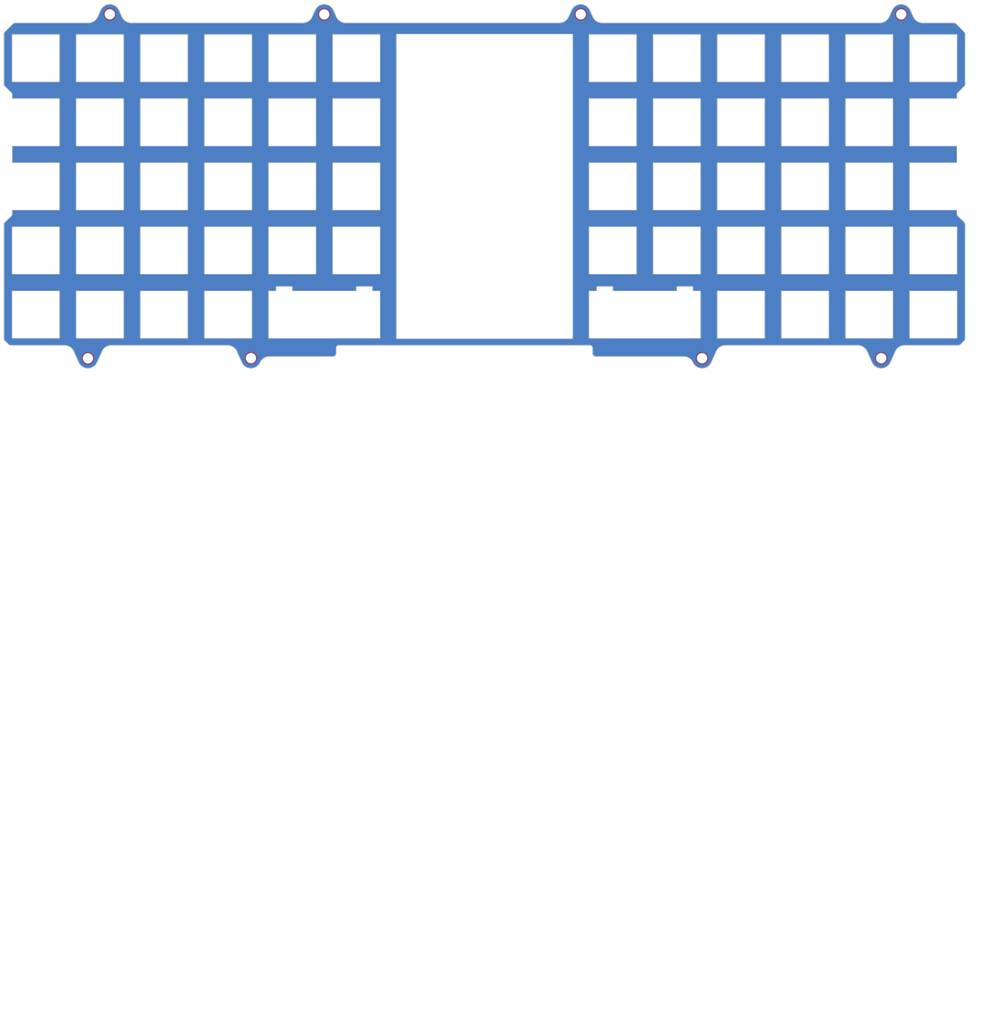
<source format=kicad_pcb>
(kicad_pcb (version 20211014) (generator pcbnew)
  (layers (0 "F.Cu" signal) (31 "B.Cu" signal) (34 "B.Paste" user) (35 "F.Paste" user) (36 "B.SilkS" user "B.Silkscreen") (37 "F.SilkS" user "F.Silkscreen") (38 "B.Mask" user) (39 "F.Mask" user) (44 "Edge.Cuts" user))
  (net 0 "")
  (footprint "MountingHole:MountingHole_3mm_Pad_TopOnly" (layer "F.Cu") (at 17.272 146.939)
    (fp_text reference "REF**" hide)
    (fp_text value "MountingHole_3mm_Pad_TopOnly")
    (pad "1" connect circle (at 0 0) (size 5 5) (layers "F.Cu" "F.Mask"))
    (pad "1" thru_hole circle (at 0 0) (size 3.4 3.4) (drill 3) (layers *.Cu *.Mask))
  )
  (footprint "MountingHole:MountingHole_3mm_Pad_TopOnly" (layer "F.Cu") (at 253.0094 146.9136)
    (fp_text reference "REF**" hide)
    (fp_text value "MountingHole_3mm_Pad_TopOnly")
    (pad "1" connect circle (at 0 0) (size 5 5) (layers "F.Cu" "F.Mask"))
    (pad "1" thru_hole circle (at 0 0) (size 3.4 3.4) (drill 3) (layers *.Cu *.Mask))
  )
  (footprint "MountingHole:MountingHole_3mm_Pad_TopOnly" (layer "F.Cu") (at 199.771 146.9136)
    (fp_text reference "REF**" hide)
    (fp_text value "MountingHole_3mm_Pad_TopOnly")
    (pad "1" connect circle (at 0 0) (size 5 5) (layers "F.Cu" "F.Mask"))
    (pad "1" thru_hole circle (at 0 0) (size 3.4 3.4) (drill 3) (layers *.Cu *.Mask))
  )
  (footprint "MountingHole:MountingHole_3mm_Pad_TopOnly" (layer "F.Cu") (at 23.7744 44.7294)
    (fp_text reference "REF**" hide)
    (fp_text value "MountingHole_3mm_Pad_TopOnly")
    (pad "1" thru_hole circle (at 0 0) (size 3.4 3.4) (drill 3) (layers *.Cu *.Mask))
    (pad "1" connect circle (at 0 0) (size 5 5) (layers "F.Cu" "F.Mask"))
  )
  (footprint "MountingHole:MountingHole_3mm_Pad_TopOnly" (layer "F.Cu") (at 87.503 44.7548)
    (fp_text reference "REF**" hide)
    (fp_text value "MountingHole_3mm_Pad_TopOnly")
    (pad "1" connect circle (at 0 0) (size 5 5) (layers "F.Cu" "F.Mask"))
    (pad "1" thru_hole circle (at 0 0) (size 3.4 3.4) (drill 3) (layers *.Cu *.Mask))
  )
  (footprint "MountingHole:MountingHole_3mm_Pad_TopOnly" (layer "F.Cu") (at 163.7284 44.7548)
    (fp_text reference "REF**" hide)
    (fp_text value "MountingHole_3mm_Pad_TopOnly")
    (pad "1" thru_hole circle (at 0 0) (size 3.4 3.4) (drill 3) (layers *.Cu *.Mask))
    (pad "1" connect circle (at 0 0) (size 5 5) (layers "F.Cu" "F.Mask"))
  )
  (footprint "MountingHole:MountingHole_3mm_Pad_TopOnly" (layer "F.Cu") (at 258.953 44.7548)
    (fp_text reference "REF**" hide)
    (fp_text value "MountingHole_3mm_Pad_TopOnly")
    (pad "1" thru_hole circle (at 0 0) (size 3.4 3.4) (drill 3) (layers *.Cu *.Mask))
    (pad "1" connect circle (at 0 0) (size 5 5) (layers "F.Cu" "F.Mask"))
  )
  (footprint "MountingHole:MountingHole_3mm_Pad_TopOnly" (layer "F.Cu") (at 65.7098 146.8882)
    (fp_text reference "REF**" hide)
    (fp_text value "MountingHole_3mm_Pad_TopOnly")
    (pad "1" thru_hole circle (at 0 0) (size 3.4 3.4) (drill 3) (layers *.Cu *.Mask))
    (pad "1" connect circle (at 0 0) (size 5 5) (layers "F.Cu" "F.Mask"))
  )
  (gr_line (start 77.985524 125.623715) (end 77.985949 126.933823) (layer "Edge.Cuts") (width 0.15))
  (gr_line (start 101.798044 125.623715) (end 101.798044 126.933793) (layer "Edge.Cuts") (width 0.15))
  (gr_line (start 73.22302 126.933793) (end 73.22302 125.623715) (layer "Edge.Cuts") (width 0.15))
  (gr_line (start 97.036029 126.933793) (end 97.03554 125.623715) (layer "Edge.Cuts") (width 0.15))
  (gr_line (start 97.03554 125.623715) (end 101.798044 125.623715) (layer "Edge.Cuts") (width 0.15))
  (gr_line (start 73.22302 125.623715) (end 77.985524 125.623715) (layer "Edge.Cuts") (width 0.15))
  (gr_line (start 161.330049 50.61444) (end 108.941884 50.614233) (layer "Edge.Cuts") (width 0.1))
  (gr_line (start 166.211396 121.933206) (end 166.211396 107.883831) (layer "Edge.Cuts") (width 0.15))
  (gr_line (start 65.960704 83.833105) (end 51.911329 83.833105) (layer "Edge.Cuts") (width 0.15))
  (gr_line (start 237.411188 102.882949) (end 223.361813 102.882949) (layer "Edge.Cuts") (width 0.15))
  (gr_line (start 104.060982 50.733768) (end 104.060982 64.783143) (layer "Edge.Cuts") (width 0.15))
  (gr_line (start 218.361285 126.933528) (end 218.361285 140.982903) (layer "Edge.Cuts") (width 0.15))
  (gr_line (start -5.239088 50.733473) (end 8.810287 50.733473) (layer "Edge.Cuts") (width 0.15))
  (gr_arc (start 194.324981 146.442108) (mid 195.945267 146.917075) (end 197.052159 148.192108) (layer "Edge.Cuts") (width 0.2))
  (gr_line (start 32.860954 140.983021) (end 32.860954 126.933646) (layer "Edge.Cuts") (width 0.15))
  (gr_line (start 8.810287 88.833633) (end 8.810287 102.883008) (layer "Edge.Cuts") (width 0.15))
  (gr_line (start 32.860954 126.933646) (end 46.910329 126.933646) (layer "Edge.Cuts") (width 0.15))
  (gr_arc (start 166.466837 143.116108) (mid 166.997167 143.335778) (end 167.216837 143.866108) (layer "Edge.Cuts") (width 0.2))
  (gr_line (start 104.060746 126.933823) (end 104.060746 140.983198) (layer "Edge.Cuts") (width 0.15))
  (gr_line (start -7.429645 66.151679) (end -5.525012 68.026886) (layer "Edge.Cuts") (width 0.2))
  (gr_line (start 46.910565 88.833751) (end 46.910565 102.883126) (layer "Edge.Cuts") (width 0.15))
  (gr_arc (start 21.480284 144.866108) (mid 22.587265 143.591211) (end 24.207462 143.116108) (layer "Edge.Cuts") (width 0.2))
  (gr_line (start 275.511466 68.733816) (end 275.511466 69.783376) (layer "Edge.Cuts") (width 0.15))
  (gr_line (start 70.961468 107.883949) (end 85.010843 107.883949) (layer "Edge.Cuts") (width 0.15))
  (gr_line (start 218.361049 64.782848) (end 204.311674 64.782848) (layer "Edge.Cuts") (width 0.15))
  (gr_arc (start 275.511466 68.733816) (mid 275.582612 68.351223) (end 275.79739 68.026709) (layer "Edge.Cuts") (width 0.2))
  (gr_line (start 185.261535 64.782907) (end 185.261535 50.733532) (layer "Edge.Cuts") (width 0.15))
  (gr_line (start 104.060746 140.983198) (end 70.961232 140.983139) (layer "Edge.Cuts") (width 0.15))
  (gr_line (start 180.260771 64.782966) (end 166.211396 64.782966) (layer "Edge.Cuts") (width 0.15))
  (gr_arc (start 168.216837 146.442108) (mid 167.50973 146.149215) (end 167.216837 145.442108) (layer "Edge.Cuts") (width 0.2))
  (gr_line (start 218.361049 50.733473) (end 218.361049 64.782848) (layer "Edge.Cuts") (width 0.15))
  (gr_line (start 70.961468 50.733709) (end 85.010843 50.733709) (layer "Edge.Cuts") (width 0.15))
  (gr_line (start 237.411188 121.933029) (end 223.361813 121.933029) (layer "Edge.Cuts") (width 0.15))
  (gr_line (start 21.050284 43.492108) (end 20.14964 45.492108) (layer "Edge.Cuts") (width 0.2))
  (gr_line (start 261.462091 102.882831) (end 261.462091 88.833456) (layer "Edge.Cuts") (width 0.15))
  (gr_line (start 32.86119 88.833751) (end 46.910565 88.833751) (layer "Edge.Cuts") (width 0.15))
  (gr_line (start 166.211396 83.833046) (end 166.211396 69.783671) (layer "Edge.Cuts") (width 0.15))
  (gr_line (start 275.511702 140.982726) (end 261.462327 140.982726) (layer "Edge.Cuts") (width 0.15))
  (gr_line (start 27.860426 107.883772) (end 27.860426 121.933147) (layer "Edge.Cuts") (width 0.15))
  (gr_line (start 19.986515 148.192108) (end 21.480284 144.866108) (layer "Edge.Cuts") (width 0.2))
  (gr_line (start 167.216837 143.866108) (end 167.216837 145.442108) (layer "Edge.Cuts") (width 0.2))
  (gr_line (start 46.910565 83.833046) (end 32.86119 83.833046) (layer "Edge.Cuts") (width 0.15))
  (gr_line (start -7.429645 141.735001) (end -6.349645 142.823215) (layer "Edge.Cuts") (width 0.2))
  (gr_line (start 275.511466 64.782671) (end 261.462091 64.782671) (layer "Edge.Cuts") (width 0.15))
  (gr_arc (start 277.684569 49.953215) (mid 277.901343 50.277637) (end 277.977462 50.660322) (layer "Edge.Cuts") (width 0.2))
  (gr_line (start 46.910565 107.883831) (end 46.910565 121.933206) (layer "Edge.Cuts") (width 0.15))
  (gr_line (start 223.362049 126.933469) (end 237.411424 126.933469) (layer "Edge.Cuts") (width 0.15))
  (gr_line (start 242.412188 140.982785) (end 242.412188 126.93341) (layer "Edge.Cuts") (width 0.15))
  (gr_line (start 46.910565 50.733591) (end 46.910565 64.782966) (layer "Edge.Cuts") (width 0.15))
  (gr_line (start -5.239324 126.933528) (end 8.810051 126.933528) (layer "Edge.Cuts") (width 0.15))
  (gr_line (start 218.361049 107.883713) (end 218.361049 121.933088) (layer "Edge.Cuts") (width 0.15))
  (gr_arc (start 257.220284 144.866108) (mid 258.327265 143.591211) (end 259.947462 143.116108) (layer "Edge.Cuts") (width 0.2))
  (gr_line (start 61.504442 144.866108) (end 62.998211 148.192108) (layer "Edge.Cuts") (width 0.2))
  (gr_line (start 51.911329 69.78373) (end 65.960704 69.78373) (layer "Edge.Cuts") (width 0.15))
  (gr_arc (start 83.87464 45.492108) (mid 82.767658 46.767006) (end 81.147462 47.242108) (layer "Edge.Cuts") (width 0.2))
  (gr_arc (start 91.078382 143.866108) (mid 91.298052 143.335778) (end 91.828382 143.116108) (layer "Edge.Cuts") (width 0.2))
  (gr_line (start 185.261535 50.733532) (end 199.31091 50.733532) (layer "Edge.Cuts") (width 0.15))
  (gr_line (start 46.910565 102.883126) (end 32.86119 102.883126) (layer "Edge.Cuts") (width 0.15))
  (gr_line (start 51.911329 88.83381) (end 65.960704 88.83381) (layer "Edge.Cuts") (width 0.15))
  (gr_line (start 204.311674 121.933088) (end 204.311674 107.883713) (layer "Edge.Cuts") (width 0.15))
  (gr_line (start 166.211396 50.733591) (end 180.260771 50.733591) (layer "Edge.Cuts") (width 0.15))
  (gr_line (start 237.411188 64.782789) (end 223.361813 64.782789) (layer "Edge.Cuts") (width 0.15))
  (gr_line (start 180.260771 102.883126) (end 166.211396 102.883126) (layer "Edge.Cuts") (width 0.15))
  (gr_line (start 242.411952 50.733355) (end 256.461327 50.733355) (layer "Edge.Cuts") (width 0.15))
  (gr_line (start 237.411188 69.783494) (end 237.411188 83.832869) (layer "Edge.Cuts") (width 0.15))
  (gr_line (start 104.060982 121.933383) (end 90.011607 121.933383) (layer "Edge.Cuts") (width 0.15))
  (gr_line (start 51.911093 140.98308) (end 51.911093 126.933705) (layer "Edge.Cuts") (width 0.15))
  (gr_line (start 237.411424 126.933469) (end 237.411424 140.982844) (layer "Edge.Cuts") (width 0.15))
  (gr_line (start 104.060982 102.883303) (end 90.011607 102.883303) (layer "Edge.Cuts") (width 0.15))
  (gr_line (start 85.010843 64.783084) (end 70.961468 64.783084) (layer "Edge.Cuts") (width 0.15))
  (gr_line (start 157.347462 47.242108) (end 93.857462 47.242108) (layer "Edge.Cuts") (width 0.2))
  (gr_arc (start 10.311212 143.116108) (mid 11.931417 143.591206) (end 13.03839 144.866108) (layer "Edge.Cuts") (width 0.2))
  (gr_line (start -5.239088 64.782848) (end -5.239088 50.733473) (layer "Edge.Cuts") (width 0.15))
  (gr_line (start 32.86119 102.883126) (end 32.86119 88.833751) (layer "Edge.Cuts") (width 0.15))
  (gr_line (start 65.960704 107.88389) (end 65.960704 121.933265) (layer "Edge.Cuts") (width 0.15))
  (gr_line (start 199.31091 69.783612) (end 199.31091 83.832987) (layer "Edge.Cuts") (width 0.15))
  (gr_line (start 90.011607 102.883303) (end 90.011607 88.833928) (layer "Edge.Cuts") (width 0.15))
  (gr_line (start 218.361049 121.933088) (end 204.311674 121.933088) (layer "Edge.Cuts") (width 0.15))
  (gr_line (start 8.810287 64.782848) (end -5.239088 64.782848) (layer "Edge.Cuts") (width 0.15))
  (gr_line (start 104.060982 88.833928) (end 104.060982 102.883303) (layer "Edge.Cuts") (width 0.15))
  (gr_line (start 32.86119 69.783671) (end 46.910565 69.783671) (layer "Edge.Cuts") (width 0.15))
  (gr_line (start 206.727462 143.116108) (end 246.051212 143.116108) (layer "Edge.Cuts") (width 0.2))
  (gr_line (start 13.811051 69.783612) (end 27.860426 69.783612) (layer "Edge.Cuts") (width 0.15))
  (gr_line (start 91.130284 45.492108) (end 90.22964 43.492108) (layer "Edge.Cuts") (width 0.2))
  (gr_line (start 261.462091 88.833456) (end 275.511466 88.833456) (layer "Edge.Cuts") (width 0.15))
  (gr_line (start 51.911329 50.73365) (end 65.960704 50.73365) (layer "Edge.Cuts") (width 0.15))
  (gr_line (start 275.511702 126.933351) (end 275.511702 140.982726) (layer "Edge.Cuts") (width 0.15))
  (gr_line (start 51.911329 121.933265) (end 51.911329 107.88389) (layer "Edge.Cuts") (width 0.15))
  (gr_line (start 104.060982 69.783848) (end 104.060982 83.833223) (layer "Edge.Cuts") (width 0.15))
  (gr_line (start 46.910565 64.782966) (end 32.86119 64.782966) (layer "Edge.Cuts") (width 0.15))
  (gr_line (start 70.961468 83.833164) (end 70.961468 69.783789) (layer "Edge.Cuts") (width 0.15))
  (gr_line (start 199.31091 88.833692) (end 199.31091 102.883067) (layer "Edge.Cuts") (width 0.15))
  (gr_line (start 274.563248 47.246108) (end 265.307462 47.242108) (layer "Edge.Cuts") (width 0.2))
  (gr_line (start 197.049358 125.623538) (end 197.049358 126.933616) (layer "Edge.Cuts") (width 0.15))
  (gr_line (start 256.461563 126.93341) (end 256.461563 140.982785) (layer "Edge.Cuts") (width 0.15))
  (gr_line (start 90.011607 50.733768) (end 104.060982 50.733768) (layer "Edge.Cuts") (width 0.15))
  (gr_line (start 85.010843 69.783789) (end 85.010843 83.833164) (layer "Edge.Cuts") (width 0.15))
  (gr_line (start -5.239324 140.982903) (end -5.239324 126.933528) (layer "Edge.Cuts") (width 0.15))
  (gr_line (start 51.911329 102.883185) (end 51.911329 88.83381) (layer "Edge.Cuts") (width 0.15))
  (gr_line (start 256.461327 64.78273) (end 242.411952 64.78273) (layer "Edge.Cuts") (width 0.15))
  (gr_line (start 261.462091 64.782671) (end 261.462091 50.733296) (layer "Edge.Cuts") (width 0.15))
  (gr_line (start 104.060717 126.933793) (end 101.798044 126.933793) (layer "Edge.Cuts") (width 0.15))
  (gr_line (start -5.239088 69.783553) (end -5.239088 68.733993) (layer "Edge.Cuts") (width 0.15))
  (gr_line (start 259.947462 143.116108) (end 275.897462 143.116108) (layer "Edge.Cuts") (width 0.2))
  (gr_line (start 252.597462 47.242108) (end 170.057462 47.242108) (layer "Edge.Cuts") (width 0.2))
  (gr_line (start 13.811051 83.832987) (end 13.811051 69.783612) (layer "Edge.Cuts") (width 0.15))
  (gr_line (start 223.361813 64.782789) (end 223.361813 50.733414) (layer "Edge.Cuts") (width 0.15))
  (gr_line (start 32.86119 107.883831) (end 46.910565 107.883831) (layer "Edge.Cuts") (width 0.15))
  (gr_line (start 85.010843 50.733709) (end 85.010843 64.783084) (layer "Edge.Cuts") (width 0.15))
  (gr_line (start 223.361813 121.933029) (end 223.361813 107.883654) (layer "Edge.Cuts") (width 0.15))
  (gr_line (start 261.462327 140.982726) (end 261.462327 126.933351) (layer "Edge.Cuts") (width 0.15))
  (gr_line (start -5.015431 47.535001) (end -7.429645 49.949215) (layer "Edge.Cuts") (width 0.2))
  (gr_line (start 277.684569 49.953215) (end 275.270355 47.539001) (layer "Edge.Cuts") (width 0.2))
  (gr_line (start 166.211396 102.883126) (end 166.211396 88.833751) (layer "Edge.Cuts") (width 0.15))
  (gr_line (start 256.461327 107.883595) (end 256.461327 121.93297) (layer "Edge.Cuts") (width 0.15))
  (gr_line (start 256.461327 102.88289) (end 242.411952 102.88289) (layer "Edge.Cuts") (width 0.15))
  (gr_line (start 242.411952 69.783435) (end 256.461327 69.783435) (layer "Edge.Cuts") (width 0.15))
  (gr_line (start 199.31091 102.883067) (end 185.261535 102.883067) (layer "Edge.Cuts") (width 0.15))
  (gr_line (start 65.960468 140.98308) (end 51.911093 140.98308) (layer "Edge.Cuts") (width 0.15))
  (gr_arc (start 93.857462 47.242108) (mid 92.237267 46.766999) (end 91.130284 45.492108) (layer "Edge.Cuts") (width 0.2))
  (gr_line (start 71.179745 146.442108) (end 90.078382 146.442108) (layer "Edge.Cuts") (width 0.2))
  (gr_line (start -5.239088 103.932568) (end -5.239088 102.883008) (layer "Edge.Cuts") (width 0.15))
  (gr_line (start 275.511466 83.832751) (end 275.511466 88.833456) (layer "Edge.Cuts") (width 0.15))
  (gr_line (start 204.311674 102.883008) (end 204.311674 88.833633) (layer "Edge.Cuts") (width 0.15))
  (gr_line (start 46.910565 69.783671) (end 46.910565 83.833046) (layer "Edge.Cuts") (width 0.15))
  (gr_line (start 275.511466 102.882831) (end 275.511466 103.932391) (layer "Edge.Cuts") (width 0.15))
  (gr_line (start 223.361813 88.833574) (end 237.411188 88.833574) (layer "Edge.Cuts") (width 0.15))
  (gr_line (start 262.580284 45.492108) (end 261.67964 43.492108) (layer "Edge.Cuts") (width 0.2))
  (gr_line (start 242.411952 102.88289) (end 242.411952 88.833515) (layer "Edge.Cuts") (width 0.15))
  (gr_line (start 65.960704 50.73365) (end 65.960704 64.783025) (layer "Edge.Cuts") (width 0.15))
  (gr_line (start 199.31091 50.733532) (end 199.31091 64.782907) (layer "Edge.Cuts") (width 0.15))
  (gr_line (start 199.31091 107.883772) (end 199.31091 121.933147) (layer "Edge.Cuts") (width 0.15))
  (gr_arc (start -7.429645 141.735001) (mid -7.646418 141.410578) (end -7.722538 141.027894) (layer "Edge.Cuts") (width 0.2))
  (gr_line (start 13.811051 50.733532) (end 27.860426 50.733532) (layer "Edge.Cuts") (width 0.15))
  (gr_line (start 277.977462 65.448572) (end 277.977462 50.660322) (layer "Edge.Cuts") (width 0.2))
  (gr_arc (start 204.000284 144.866108) (mid 205.107265 143.591211) (end 206.727462 143.116108) (layer "Edge.Cuts") (width 0.2))
  (gr_arc (start 160.07464 45.492108) (mid 158.967658 46.767006) (end 157.347462 47.242108) (layer "Edge.Cuts") (width 0.2))
  (gr_line (start 90.011607 83.833223) (end 90.011607 69.783848) (layer "Edge.Cuts") (width 0.15))
  (gr_line (start 167.330284 45.492108) (end 166.42964 43.492108) (layer "Edge.Cuts") (width 0.2))
  (gr_line (start 166.211396 88.833751) (end 180.260771 88.833751) (layer "Edge.Cuts") (width 0.15))
  (gr_line (start -5.525012 104.639675) (end -7.429645 106.514882) (layer "Edge.Cuts") (width 0.2))
  (gr_line (start 108.941884 50.614233) (end 108.941884 141.101733) (layer "Edge.Cuts") (width 0.1))
  (gr_line (start 237.411424 140.982844) (end 223.362049 140.982844) (layer "Edge.Cuts") (width 0.15))
  (gr_arc (start -7.722538 50.656322) (mid -7.646418 50.273638) (end -7.429645 49.949215) (layer "Edge.Cuts") (width 0.2))
  (gr_line (start 70.961468 88.833869) (end 85.010843 88.833869) (layer "Edge.Cuts") (width 0.15))
  (gr_arc (start -7.722538 107.221989) (mid -7.646418 106.839305) (end -7.429645 106.514882) (layer "Edge.Cuts") (width 0.2))
  (gr_line (start 51.911329 64.783025) (end 51.911329 50.73365) (layer "Edge.Cuts") (width 0.15))
  (gr_line (start -5.239088 88.833633) (end -5.239088 83.832928) (layer "Edge.Cuts") (width 0.15))
  (gr_line (start 168.216837 146.442108) (end 194.324981 146.442108) (layer "Edge.Cuts") (width 0.2))
  (gr_line (start 204.311674 64.782848) (end 204.311674 50.733473) (layer "Edge.Cuts") (width 0.15))
  (gr_arc (start 91.078382 145.442108) (mid 90.785489 146.149215) (end 90.078382 146.442108) (layer "Edge.Cuts") (width 0.2))
  (gr_line (start 261.462327 126.933351) (end 275.511702 126.933351) (layer "Edge.Cuts") (width 0.15))
  (gr_line (start 218.361049 83.832928) (end 204.311674 83.832928) (layer "Edge.Cuts") (width 0.15))
  (gr_line (start 90.011607 107.884008) (end 104.060982 107.884008) (layer "Edge.Cuts") (width 0.15))
  (gr_line (start 197.049358 126.933616) (end 199.311146 126.933587) (layer "Edge.Cuts") (width 0.15))
  (gr_line (start -5.239088 107.883713) (end 8.810287 107.883713) (layer "Edge.Cuts") (width 0.15))
  (gr_line (start 204.31191 126.933528) (end 218.361285 126.933528) (layer "Edge.Cuts") (width 0.15))
  (gr_line (start 204.311674 69.783553) (end 218.361049 69.783553) (layer "Edge.Cuts") (width 0.15))
  (gr_arc (start 30.132462 47.242108) (mid 28.512267 46.766999) (end 27.405284 45.492108) (layer "Edge.Cuts") (width 0.2))
  (gr_line (start 27.405284 45.492108) (end 26.50464 43.492108) (layer "Edge.Cuts") (width 0.2))
  (gr_arc (start 19.986515 148.192108) (mid 17.259337 149.942108) (end 14.532159 148.192108) (layer "Edge.Cuts") (width 0.2))
  (gr_line (start 90.011607 121.933383) (end 90.011607 107.884008) (layer "Edge.Cuts") (width 0.15))
  (gr_line (start 223.361813 69.783494) (end 237.411188 69.783494) (layer "Edge.Cuts") (width 0.15))
  (gr_line (start 104.060982 64.783143) (end 90.011607 64.783143) (layer "Edge.Cuts") (width 0.15))
  (gr_arc (start 256.225284 43.492108) (mid 258.952462 41.742108) (end 261.67964 43.492108) (layer "Edge.Cuts") (width 0.2))
  (gr_line (start 51.911329 107.88389) (end 65.960704 107.88389) (layer "Edge.Cuts") (width 0.15))
  (gr_arc (start -5.525012 68.026886) (mid -5.310234 68.3514) (end -5.239088 68.733993) (layer "Edge.Cuts") (width 0.2))
  (gr_line (start 180.260771 83.833046) (end 166.211396 83.833046) (layer "Edge.Cuts") (width 0.15))
  (gr_line (start 223.361813 107.883654) (end 237.411188 107.883654) (layer "Edge.Cuts") (width 0.15))
  (gr_line (start -7.722538 50.656322) (end -7.722538 65.444572) (layer "Edge.Cuts") (width 0.2))
  (gr_line (start 91.828382 143.116108) (end 166.466837 143.116108) (layer "Edge.Cuts") (width 0.2))
  (gr_line (start -7.722538 107.221989) (end -7.722538 141.027894) (layer "Edge.Cuts") (width 0.2))
  (gr_line (start 13.810815 126.933587) (end 27.86019 126.933587) (layer "Edge.Cuts") (width 0.15))
  (gr_line (start 13.810815 140.982962) (end 13.810815 126.933587) (layer "Edge.Cuts") (width 0.15))
  (gr_line (start 51.911093 126.933705) (end 65.960468 126.933705) (layer "Edge.Cuts") (width 0.15))
  (gr_line (start 185.261535 83.832987) (end 185.261535 69.783612) (layer "Edge.Cuts") (width 0.15))
  (gr_line (start 85.010843 83.833164) (end 70.961468 83.833164) (layer "Edge.Cuts") (width 0.15))
  (gr_arc (start 277.977462 141.027894) (mid 277.901347 141.410582) (end 277.684569 141.735001) (layer "Edge.Cuts") (width 0.2))
  (gr_line (start 275.511466 102.882831) (end 261.462091 102.882831) (layer "Edge.Cuts") (width 0.15))
  (gr_line (start 242.411952 107.883595) (end 256.461327 107.883595) (layer "Edge.Cuts") (width 0.15))
  (gr_line (start 256.225284 43.492108) (end 255.32464 45.492108) (layer "Edge.Cuts") (width 0.2))
  (gr_line (start 32.86119 64.782966) (end 32.86119 50.733591) (layer "Edge.Cuts") (width 0.15))
  (gr_line (start 90.011607 69.783848) (end 104.060982 69.783848) (layer "Edge.Cuts") (width 0.15))
  (gr_line (start 180.260771 69.783671) (end 180.260771 83.833046) (layer "Edge.Cuts") (width 0.15))
  (gr_line (start 46.910329 126.933646) (end 46.910329 140.983021) (layer "Edge.Cuts") (width 0.15))
  (gr_line (start 204.311674 107.883713) (end 218.361049 107.883713) (layer "Edge.Cuts") (width 0.15))
  (gr_line (start 261.462091 107.883536) (end 275.511466 107.883536) (layer "Edge.Cuts") (width 0.15))
  (gr_line (start 8.810287 121.933088) (end -5.239088 121.933088) (layer "Edge.Cuts") (width 0.15))
  (gr_line (start 223.361813 102.882949) (end 223.361813 88.833574) (layer "Edge.Cuts") (width 0.15))
  (gr_line (start 185.261535 102.883067) (end 185.261535 88.833692) (layer "Edge.Cuts") (width 0.15))
  (gr_line (start 168.474334 126.933616) (end 168.474334 125.623538) (layer "Edge.Cuts") (width 0.15))
  (gr_line (start 256.461327 83.83281) (end 242.411952 83.83281) (layer "Edge.Cuts") (width 0.15))
  (gr_line (start 261.462091 83.832751) (end 261.462091 69.783376) (layer "Edge.Cuts") (width 0.15))
  (gr_line (start 204.311674 83.832928) (end 204.311674 69.783553) (layer "Edge.Cuts") (width 0.15))
  (gr_line (start 256.461327 121.93297) (end 242.411952 121.93297) (layer "Edge.Cuts") (width 0.15))
  (gr_line (start 223.361813 50.733414) (end 237.411188 50.733414) (layer "Edge.Cuts") (width 0.15))
  (gr_line (start 276.604569 142.823215) (end 277.684569 141.735001) (layer "Edge.Cuts") (width 0.2))
  (gr_arc (start 276.604569 142.823215) (mid 276.280138 143.039975) (end 275.897462 143.116108) (layer "Edge.Cuts") (width 0.2))
  (gr_line (start 202.506515 148.192108) (end 204.000284 144.866108) (layer "Edge.Cuts") (width 0.2))
  (gr_line (start -5.239088 69.783553) (end 8.810287 69.783553) (layer "Edge.Cuts") (width 0.15))
  (gr_line (start 65.960704 69.78373) (end 65.960704 83.833105) (layer "Edge.Cuts") (width 0.15))
  (gr_line (start 24.207462 143.116108) (end 58.777264 143.116108) (layer "Edge.Cuts") (width 0.2))
  (gr_line (start 180.260771 50.733591) (end 180.260771 64.782966) (layer "Edge.Cuts") (width 0.15))
  (gr_line (start 160.975284 43.492108) (end 160.07464 45.492108) (layer "Edge.Cuts") (width 0.2))
  (gr_line (start 46.910565 121.933206) (end 32.86119 121.933206) (layer "Edge.Cuts") (width 0.15))
  (gr_line (start 65.960704 64.783025) (end 51.911329 64.783025) (layer "Edge.Cuts") (width 0.15))
  (gr_line (start 275.511466 107.883536) (end 275.511466 121.932911) (layer "Edge.Cuts") (width 0.15))
  (gr_line (start 108.941884 141.101733) (end 161.330049 141.10194) (layer "Edge.Cuts") (width 0.1))
  (gr_line (start 65.960704 102.883185) (end 51.911329 102.883185) (layer "Edge.Cuts") (width 0.15))
  (gr_arc (start 277.702023 106.514705) (mid 277.918796 106.839128) (end 277.994916 107.221812) (layer "Edge.Cuts") (width 0.2))
  (gr_arc (start -5.015431 47.535001) (mid -4.691006 47.318233) (end -4.308324 47.242108) (layer "Edge.Cuts") (width 0.2))
  (gr_line (start 104.060982 107.884008) (end 104.060982 121.933383) (layer "Edge.Cuts") (width 0.15))
  (gr_line (start 90.011607 88.833928) (end 104.060982 88.833928) (layer "Edge.Cuts") (width 0.15))
  (gr_line (start 13.811051 102.883067) (end 13.811051 88.833692) (layer "Edge.Cuts") (width 0.15))
  (gr_line (start 223.362049 140.982844) (end 223.362049 126.933469) (layer "Edge.Cuts") (width 0.15))
  (gr_line (start 27.860426 102.883067) (end 13.811051 102.883067) (layer "Edge.Cuts") (width 0.15))
  (gr_line (start 275.511466 50.733296) (end 275.511466 64.782671) (layer "Edge.Cuts") (width 0.15))
  (gr_line (start 13.811051 121.933147) (end 13.811051 107.883772) (layer "Edge.Cuts") (width 0.15))
  (gr_line (start 27.860426 50.733532) (end 27.860426 64.782907) (layer "Edge.Cuts") (width 0.15))
  (gr_line (start 65.960704 88.83381) (end 65.960704 102.883185) (layer "Edge.Cuts") (width 0.15))
  (gr_line (start 261.462091 69.783376) (end 275.511466 69.783376) (layer "Edge.Cuts") (width 0.15))
  (gr_line (start 70.961468 64.783084) (end 70.961468 50.733709) (layer "Edge.Cuts") (width 0.15))
  (gr_arc (start 84.775284 43.492108) (mid 87.502462 41.742108) (end 90.22964 43.492108) (layer "Edge.Cuts") (width 0.2))
  (gr_line (start 81.147462 47.242108) (end 30.132462 47.242108) (layer "Edge.Cuts") (width 0.2))
  (gr_line (start 166.211396 69.783671) (end 180.260771 69.783671) (layer "Edge.Cuts") (width 0.15))
  (gr_arc (start 68.452567 148.192108) (mid 65.725389 149.942108) (end 62.998211 148.192108) (layer "Edge.Cuts") (width 0.2))
  (gr_line (start 77.985949 126.933823) (end 97.036029 126.933793) (layer "Edge.Cuts") (width 0.15))
  (gr_arc (start 277.977462 65.448572) (mid 277.901342 65.831256) (end 277.684569 66.155679) (layer "Edge.Cuts") (width 0.2))
  (gr_line (start 70.961232 126.933764) (end 73.22302 126.933793) (layer "Edge.Cuts") (width 0.15))
  (gr_arc (start 255.32464 45.492108) (mid 254.217658 46.767006) (end 252.597462 47.242108) (layer "Edge.Cuts") (width 0.2))
  (gr_line (start 168.474334 125.623538) (end 173.236838 125.623538) (layer "Edge.Cuts") (width 0.15))
  (gr_line (start 166.211632 140.983021) (end 166.211632 126.933646) (layer "Edge.Cuts") (width 0.15))
  (gr_line (start 70.961232 140.983139) (end 70.961232 126.933764) (layer "Edge.Cuts") (width 0.15))
  (gr_line (start 8.810287 50.733473) (end 8.810287 64.782848) (layer "Edge.Cuts") (width 0.15))
  (gr_line (start 32.86119 50.733591) (end 46.910565 50.733591) (layer "Edge.Cuts") (width 0.15))
  (gr_line (start 27.86019 140.982962) (end 13.810815 140.982962) (layer "Edge.Cuts") (width 0.15))
  (gr_line (start 199.31091 83.832987) (end 185.261535 83.832987) (layer "Edge.Cuts") (width 0.15))
  (gr_line (start 85.010843 102.883244) (end 70.961468 102.883244) (layer "Edge.Cuts") (width 0.15))
  (gr_line (start 17.422462 47.242108) (end -4.308324 47.242108) (layer "Edge.Cuts") (width 0.2))
  (gr_line (start 8.810287 102.883008) (end -5.239088 102.883008) (layer "Edge.Cuts") (width 0.15))
  (gr_line (start 13.03839 144.866108) (end 14.532159 148.192108) (layer "Edge.Cuts") (width 0.2))
  (gr_line (start 90.011607 64.783143) (end 90.011607 50.733768) (layer "Edge.Cuts") (width 0.15))
  (gr_line (start 13.811051 88.833692) (end 27.860426 88.833692) (layer "Edge.Cuts") (width 0.15))
  (gr_line (start 261.462091 50.733296) (end 275.511466 50.733296) (layer "Edge.Cuts") (width 0.15))
  (gr_line (start 185.261535 88.833692) (end 199.31091 88.833692) (layer "Edge.Cuts") (width 0.15))
  (gr_line (start 199.311146 126.933587) (end 199.311146 140.982962) (layer "Edge.Cuts") (width 0.15))
  (gr_line (start 180.260771 88.833751) (end 180.260771 102.883126) (layer "Edge.Cuts") (width 0.15))
  (gr_line (start 218.361049 69.783553) (end 218.361049 83.832928) (layer "Edge.Cuts") (width 0.15))
  (gr_line (start 275.511466 121.932911) (end 261.462091 121.932911) (layer "Edge.Cuts") (width 0.15))
  (gr_line (start 27.860426 121.933147) (end 13.811051 121.933147) (layer "Edge.Cuts") (width 0.15))
  (gr_line (start 218.361285 140.982903) (end 204.31191 140.982903) (layer "Edge.Cuts") (width 0.15))
  (gr_line (start 218.361049 88.833633) (end 218.361049 102.883008) (layer "Edge.Cuts") (width 0.15))
  (gr_line (start 256.461327 69.783435) (end 256.461327 83.83281) (layer "Edge.Cuts") (width 0.15))
  (gr_line (start 32.86119 121.933206) (end 32.86119 107.883831) (layer "Edge.Cuts") (width 0.15))
  (gr_arc (start 58.777264 143.116108) (mid 60.397448 143.591226) (end 61.504442 144.866108) (layer "Edge.Cuts") (width 0.2))
  (gr_line (start 192.286854 125.623538) (end 197.049358 125.623538) (layer "Edge.Cuts") (width 0.15))
  (gr_line (start 199.31091 121.933147) (end 185.261535 121.933147) (layer "Edge.Cuts") (width 0.15))
  (gr_line (start 237.411188 88.833574) (end 237.411188 102.882949) (layer "Edge.Cuts") (width 0.15))
  (gr_line (start 70.961468 69.783789) (end 85.010843 69.783789) (layer "Edge.Cuts") (width 0.15))
  (gr_arc (start 265.307462 47.242108) (mid 263.687267 46.766999) (end 262.580284 45.492108) (layer "Edge.Cuts") (width 0.2))
  (gr_arc (start 68.452567 148.192108) (mid 69.559459 146.917074) (end 71.179745 146.442108) (layer "Edge.Cuts") (width 0.2))
  (gr_line (start 91.078382 145.442108) (end 91.078382 143.866108) (layer "Edge.Cuts") (width 0.2))
  (gr_line (start 242.411952 121.93297) (end 242.411952 107.883595) (layer "Edge.Cuts") (width 0.15))
  (gr_line (start 8.810051 140.982903) (end -5.239324 140.982903) (layer "Edge.Cuts") (width 0.15))
  (gr_line (start 85.010843 121.933324) (end 70.961468 121.933324) (layer "Edge.Cuts") (width 0.15))
  (gr_line (start 185.261535 121.933147) (end 185.261535 107.883772) (layer "Edge.Cuts") (width 0.15))
  (gr_line (start 277.977462 141.027894) (end 277.994916 107.221812) (layer "Edge.Cuts") (width 0.2))
  (gr_line (start 261.462091 121.932911) (end 261.462091 107.883536) (layer "Edge.Cuts") (width 0.15))
  (gr_line (start 275.79739 68.026709) (end 277.684569 66.155679) (layer "Edge.Cuts") (width 0.2))
  (gr_line (start 242.412188 126.93341) (end 256.461563 126.93341) (layer "Edge.Cuts") (width 0.15))
  (gr_line (start 8.810287 107.883713) (end 8.810287 121.933088) (layer "Edge.Cuts") (width 0.15))
  (gr_line (start 104.060982 83.833223) (end 90.011607 83.833223) (layer "Edge.Cuts") (width 0.15))
  (gr_arc (start 274.563248 47.246108) (mid 274.945921 47.322244) (end 275.270355 47.539001) (layer "Edge.Cuts") (width 0.2))
  (gr_arc (start -7.429645 66.151679) (mid -7.646418 65.827256) (end -7.722538 65.444572) (layer "Edge.Cuts") (width 0.2))
  (gr_line (start 85.010843 88.833869) (end 85.010843 102.883244) (layer "Edge.Cuts") (width 0.15))
  (gr_line (start 51.911329 83.833105) (end 51.911329 69.78373) (layer "Edge.Cuts") (width 0.15))
  (gr_line (start 180.260771 121.933206) (end 166.211396 121.933206) (layer "Edge.Cuts") (width 0.15))
  (gr_line (start 255.726515 148.192108) (end 257.220284 144.866108) (layer "Edge.Cuts") (width 0.2))
  (gr_line (start 27.86019 126.933587) (end 27.86019 140.982962) (layer "Edge.Cuts") (width 0.15))
  (gr_arc (start 202.506515 148.192108) (mid 199.779337 149.942108) (end 197.052159 148.192108) (layer "Edge.Cuts") (width 0.2))
  (gr_arc (start 255.726515 148.192108) (mid 252.999337 149.942108) (end 250.272159 148.192108) (layer "Edge.Cuts") (width 0.2))
  (gr_arc (start 170.057462 47.242108) (mid 168.437267 46.766999) (end 167.330284 45.492108) (layer "Edge.Cuts") (width 0.2))
  (gr_line (start 8.810287 83.832928) (end -5.239088 83.832928) (layer "Edge.Cuts") (width 0.15))
  (gr_line (start -5.239088 121.933088) (end -5.239088 107.883713) (layer "Edge.Cuts") (width 0.15))
  (gr_line (start 70.961468 121.933324) (end 70.961468 107.883949) (layer "Edge.Cuts") (width 0.15))
  (gr_line (start 248.77839 144.866108) (end 250.272159 148.192108) (layer "Edge.Cuts") (width 0.2))
  (gr_line (start 204.31191 140.982903) (end 204.31191 126.933528) (layer "Edge.Cuts") (width 0.15))
  (gr_line (start 237.411188 107.883654) (end 237.411188 121.933029) (layer "Edge.Cuts") (width 0.15))
  (gr_arc (start 246.051212 143.116108) (mid 247.671417 143.591206) (end 248.77839 144.866108) (layer "Edge.Cuts") (width 0.2))
  (gr_line (start 256.461327 88.833515) (end 256.461327 102.88289) (layer "Edge.Cuts") (width 0.15))
  (gr_line (start 166.211396 107.883831) (end 180.260771 107.883831) (layer "Edge.Cuts") (width 0.15))
  (gr_line (start 27.860426 88.833692) (end 27.860426 102.883067) (layer "Edge.Cuts") (width 0.15))
  (gr_line (start 46.910329 140.983021) (end 32.860954 140.983021) (layer "Edge.Cuts") (width 0.15))
  (gr_line (start 166.211396 64.782966) (end 166.211396 50.733591) (layer "Edge.Cuts") (width 0.15))
  (gr_arc (start 21.050284 43.492108) (mid 23.777462 41.742108) (end 26.50464 43.492108) (layer "Edge.Cuts") (width 0.2))
  (gr_line (start 173.236349 126.933616) (end 192.286429 126.933646) (layer "Edge.Cuts") (width 0.15))
  (gr_line (start 237.411188 83.832869) (end 223.361813 83.832869) (layer "Edge.Cuts") (width 0.15))
  (gr_line (start 13.811051 107.883772) (end 27.860426 107.883772) (layer "Edge.Cuts") (width 0.15))
  (gr_line (start 84.775284 43.492108) (end 83.87464 45.492108) (layer "Edge.Cuts") (width 0.2))
  (gr_line (start 27.860426 64.782907) (end 13.811051 64.782907) (layer "Edge.Cuts") (width 0.15))
  (gr_line (start 27.860426 69.783612) (end 27.860426 83.832987) (layer "Edge.Cuts") (width 0.15))
  (gr_line (start 13.811051 64.782907) (end 13.811051 50.733532) (layer "Edge.Cuts") (width 0.15))
  (gr_line (start 32.86119 83.833046) (end 32.86119 69.783671) (layer "Edge.Cuts") (width 0.15))
  (gr_arc (start -5.239088 103.932568) (mid -5.310234 104.315161) (end -5.525012 104.639675) (layer "Edge.Cuts") (width 0.2))
  (gr_line (start 204.311674 88.833633) (end 218.361049 88.833633) (layer "Edge.Cuts") (width 0.15))
  (gr_line (start 218.361049 102.883008) (end 204.311674 102.883008) (layer "Edge.Cuts") (width 0.15))
  (gr_line (start 70.961468 102.883244) (end 70.961468 88.833869) (layer "Edge.Cuts") (width 0.15))
  (gr_line (start 242.411952 88.833515) (end 256.461327 88.833515) (layer "Edge.Cuts") (width 0.15))
  (gr_line (start 275.511466 83.832751) (end 261.462091 83.832751) (layer "Edge.Cuts") (width 0.15))
  (gr_line (start 168.474334 126.933616) (end 166.211661 126.933616) (layer "Edge.Cuts") (width 0.15))
  (gr_line (start 185.261535 69.783612) (end 199.31091 69.783612) (layer "Edge.Cuts") (width 0.15))
  (gr_line (start 192.286429 126.933646) (end 192.286854 125.623538) (layer "Edge.Cuts") (width 0.15))
  (gr_line (start 173.236838 125.623538) (end 173.236349 126.933616) (layer "Edge.Cuts") (width 0.15))
  (gr_line (start 204.311674 50.733473) (end 218.361049 50.733473) (layer "Edge.Cuts") (width 0.15))
  (gr_line (start 237.411188 50.733414) (end 237.411188 64.782789) (layer "Edge.Cuts") (width 0.15))
  (gr_line (start 256.461563 140.982785) (end 242.412188 140.982785) (layer "Edge.Cuts") (width 0.15))
  (gr_line (start 180.260771 107.883831) (end 180.260771 121.933206) (layer "Edge.Cuts") (width 0.15))
  (gr_line (start 65.960704 121.933265) (end 51.911329 121.933265) (layer "Edge.Cuts") (width 0.15))
  (gr_line (start 199.311146 140.982962) (end 166.211632 140.983021) (layer "Edge.Cuts") (width 0.15))
  (gr_line (start 85.010843 107.883949) (end 85.010843 121.933324) (layer "Edge.Cuts") (width 0.15))
  (gr_line (start 8.810287 69.783553) (end 8.810287 83.832928) (layer "Edge.Cuts") (width 0.15))
  (gr_line (start 256.461327 50.733355) (end 256.461327 64.78273) (layer "Edge.Cuts") (width 0.15))
  (gr_arc (start -5.642538 143.116108) (mid -6.025212 143.039964) (end -6.349645 142.823215) (layer "Edge.Cuts") (width 0.2))
  (gr_line (start 161.330049 50.61444) (end 161.330049 141.10194) (layer "Edge.Cuts") (width 0.1))
  (gr_line (start 242.411952 83.83281) (end 242.411952 69.783435) (layer "Edge.Cuts") (width 0.15))
  (gr_line (start -5.239088 88.833633) (end 8.810287 88.833633) (layer "Edge.Cuts") (width 0.15))
  (gr_line (start 8.810051 126.933528) (end 8.810051 140.982903) (layer "Edge.Cuts") (width 0.15))
  (gr_line (start 199.31091 64.782907) (end 185.261535 64.782907) (layer "Edge.Cuts") (width 0.15))
  (gr_line (start -5.642538 143.116108) (end 10.311212 143.116108) (layer "Edge.Cuts") (width 0.2))
  (gr_line (start 65.960468 126.933705) (end 65.960468 140.98308) (layer "Edge.Cuts") (width 0.15))
  (gr_arc (start 160.975284 43.492108) (mid 163.702462 41.742108) (end 166.42964 43.492108) (layer "Edge.Cuts") (width 0.2))
  (gr_arc (start 275.79739 104.639498) (mid 275.582612 104.314984) (end 275.511466 103.932391) (layer "Edge.Cuts") (width 0.2))
  (gr_line (start 223.361813 83.832869) (end 223.361813 69.783494) (layer "Edge.Cuts") (width 0.15))
  (gr_line (start 242.411952 64.78273) (end 242.411952 50.733355) (layer "Edge.Cuts") (width 0.15))
  (gr_line (start 277.702023 106.514705) (end 275.79739 104.639498) (layer "Edge.Cuts") (width 0.2))
  (gr_line (start 185.261535 107.883772) (end 199.31091 107.883772) (layer "Edge.Cuts") (width 0.15))
  (gr_arc (start 20.14964 45.492108) (mid 19.042659 46.767002) (end 17.422462 47.242108) (layer "Edge.Cuts") (width 0.2))
  (gr_line (start 27.860426 83.832987) (end 13.811051 83.832987) (layer "Edge.Cuts") (width 0.15))
  (zone (net 0) (net_name "") (layer "F.Cu") (connect_pads yes (clearance 0)) (min_thickness 0.0254) (fill yes (thermal_gap 0.508) (thermal_bridge_width 0.508))
    (polygon (pts (xy 279.273 151.804815) (xy -8.858492 150.614189) (xy -8.263179 41.076597) (xy 279.273 40.481284)))
  )
  (zone (net 0) (net_name "") (layer "B.Cu") (connect_pads yes (clearance 0)) (min_thickness 0.254) (fill yes (thermal_gap 0.508) (thermal_bridge_width 0.508))
    (polygon (pts (xy 279.273 151.804815) (xy -8.858492 150.614189) (xy -8.158492 41.076597) (xy 279.273 40.481284)))
  )
)
</source>
